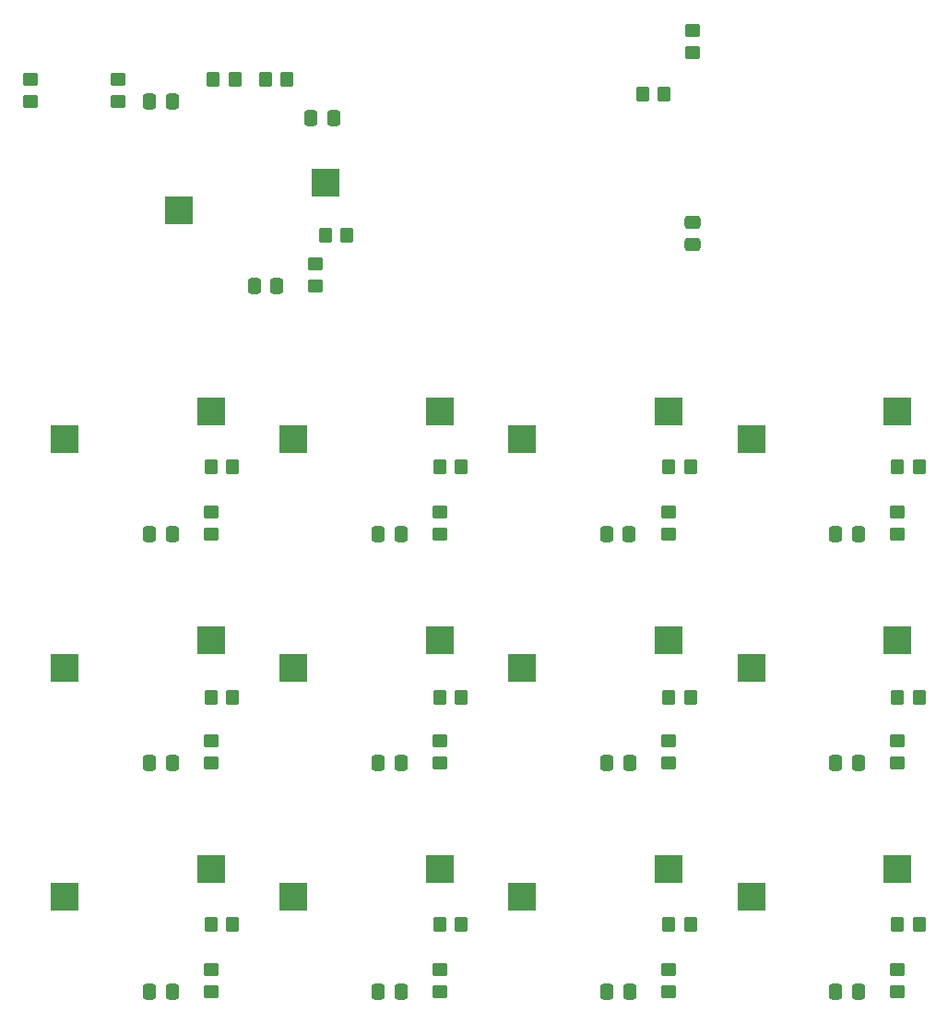
<source format=gbr>
%TF.GenerationSoftware,KiCad,Pcbnew,9.0.1*%
%TF.CreationDate,2025-05-05T15:00:31+02:00*%
%TF.ProjectId,macroboard,6d616372-6f62-46f6-9172-642e6b696361,rev?*%
%TF.SameCoordinates,Original*%
%TF.FileFunction,Paste,Bot*%
%TF.FilePolarity,Positive*%
%FSLAX46Y46*%
G04 Gerber Fmt 4.6, Leading zero omitted, Abs format (unit mm)*
G04 Created by KiCad (PCBNEW 9.0.1) date 2025-05-05 15:00:31*
%MOMM*%
%LPD*%
G01*
G04 APERTURE LIST*
G04 Aperture macros list*
%AMRoundRect*
0 Rectangle with rounded corners*
0 $1 Rounding radius*
0 $2 $3 $4 $5 $6 $7 $8 $9 X,Y pos of 4 corners*
0 Add a 4 corners polygon primitive as box body*
4,1,4,$2,$3,$4,$5,$6,$7,$8,$9,$2,$3,0*
0 Add four circle primitives for the rounded corners*
1,1,$1+$1,$2,$3*
1,1,$1+$1,$4,$5*
1,1,$1+$1,$6,$7*
1,1,$1+$1,$8,$9*
0 Add four rect primitives between the rounded corners*
20,1,$1+$1,$2,$3,$4,$5,0*
20,1,$1+$1,$4,$5,$6,$7,0*
20,1,$1+$1,$6,$7,$8,$9,0*
20,1,$1+$1,$8,$9,$2,$3,0*%
G04 Aperture macros list end*
%ADD10R,2.550000X2.500000*%
%ADD11RoundRect,0.250000X0.337500X0.475000X-0.337500X0.475000X-0.337500X-0.475000X0.337500X-0.475000X0*%
%ADD12RoundRect,0.250000X0.450000X-0.350000X0.450000X0.350000X-0.450000X0.350000X-0.450000X-0.350000X0*%
%ADD13RoundRect,0.250000X0.350000X0.450000X-0.350000X0.450000X-0.350000X-0.450000X0.350000X-0.450000X0*%
%ADD14RoundRect,0.250000X-0.350000X-0.450000X0.350000X-0.450000X0.350000X0.450000X-0.350000X0.450000X0*%
%ADD15RoundRect,0.250000X-0.337500X-0.475000X0.337500X-0.475000X0.337500X0.475000X-0.337500X0.475000X0*%
%ADD16RoundRect,0.250000X-0.450000X0.350000X-0.450000X-0.350000X0.450000X-0.350000X0.450000X0.350000X0*%
%ADD17RoundRect,0.250000X-0.475000X0.337500X-0.475000X-0.337500X0.475000X-0.337500X0.475000X0.337500X0*%
G04 APERTURE END LIST*
D10*
%TO.C,SW8*%
X114590000Y-98460000D03*
X128015000Y-95920000D03*
%TD*%
%TO.C,SW3*%
X72590000Y-119460000D03*
X86015000Y-116920000D03*
%TD*%
%TO.C,SW14*%
X83090000Y-56460000D03*
X96515000Y-53920000D03*
%TD*%
%TO.C,SW5*%
X93590000Y-98460000D03*
X107015000Y-95920000D03*
%TD*%
%TO.C,SW11*%
X135590000Y-98460000D03*
X149015000Y-95920000D03*
%TD*%
%TO.C,SW1*%
X72590000Y-77460000D03*
X86015000Y-74920000D03*
%TD*%
%TO.C,SW6*%
X93590000Y-119460000D03*
X107015000Y-116920000D03*
%TD*%
%TO.C,SW12*%
X135590000Y-119460000D03*
X149015000Y-116920000D03*
%TD*%
%TO.C,SW7*%
X114590000Y-77460000D03*
X128015000Y-74920000D03*
%TD*%
%TO.C,SW10*%
X135590000Y-77460000D03*
X149015000Y-74920000D03*
%TD*%
%TO.C,SW9*%
X114590000Y-119460000D03*
X128015000Y-116920000D03*
%TD*%
%TO.C,SW4*%
X93590000Y-77460000D03*
X107015000Y-74920000D03*
%TD*%
%TO.C,SW2*%
X72590000Y-98460000D03*
X86015000Y-95920000D03*
%TD*%
D11*
%TO.C,C9*%
X124437500Y-107200000D03*
X122362500Y-107200000D03*
%TD*%
D12*
%TO.C,R6*%
X69400000Y-46500000D03*
X69400000Y-44500000D03*
%TD*%
D13*
%TO.C,R1*%
X98500000Y-58800000D03*
X96500000Y-58800000D03*
%TD*%
D14*
%TO.C,R5*%
X91000000Y-44500000D03*
X93000000Y-44500000D03*
%TD*%
D15*
%TO.C,C16*%
X80362500Y-46500000D03*
X82437500Y-46500000D03*
%TD*%
D13*
%TO.C,R26*%
X109000000Y-122000000D03*
X107000000Y-122000000D03*
%TD*%
D16*
%TO.C,R31*%
X128000000Y-105200000D03*
X128000000Y-107200000D03*
%TD*%
%TO.C,RC1*%
X95600000Y-61400000D03*
X95600000Y-63400000D03*
%TD*%
%TO.C,R25*%
X107000000Y-105200000D03*
X107000000Y-107200000D03*
%TD*%
D13*
%TO.C,R32*%
X130000000Y-122000000D03*
X128000000Y-122000000D03*
%TD*%
D14*
%TO.C,R3*%
X125600000Y-45800000D03*
X127600000Y-45800000D03*
%TD*%
D16*
%TO.C,R39*%
X149000000Y-126200000D03*
X149000000Y-128200000D03*
%TD*%
%TO.C,R33*%
X128000000Y-126200000D03*
X128000000Y-128200000D03*
%TD*%
D17*
%TO.C,C14*%
X130200000Y-57562500D03*
X130200000Y-59637500D03*
%TD*%
D16*
%TO.C,R35*%
X149000000Y-84200000D03*
X149000000Y-86200000D03*
%TD*%
D15*
%TO.C,C15*%
X95162500Y-48000000D03*
X97237500Y-48000000D03*
%TD*%
D11*
%TO.C,C4*%
X82437500Y-128200000D03*
X80362500Y-128200000D03*
%TD*%
D16*
%TO.C,R7*%
X77500000Y-44500000D03*
X77500000Y-46500000D03*
%TD*%
D11*
%TO.C,C12*%
X145437500Y-107200000D03*
X143362500Y-107200000D03*
%TD*%
D13*
%TO.C,R18*%
X88000000Y-101200000D03*
X86000000Y-101200000D03*
%TD*%
%TO.C,R34*%
X151000000Y-80000000D03*
X149000000Y-80000000D03*
%TD*%
D16*
%TO.C,R27*%
X107000000Y-126200000D03*
X107000000Y-128200000D03*
%TD*%
D11*
%TO.C,C10*%
X124437500Y-128200000D03*
X122362500Y-128200000D03*
%TD*%
D16*
%TO.C,R29*%
X128000000Y-84200000D03*
X128000000Y-86200000D03*
%TD*%
D13*
%TO.C,R28*%
X130000000Y-80000000D03*
X128000000Y-80000000D03*
%TD*%
D14*
%TO.C,R4*%
X86200000Y-44500000D03*
X88200000Y-44500000D03*
%TD*%
D13*
%TO.C,R30*%
X130000000Y-101200000D03*
X128000000Y-101200000D03*
%TD*%
D16*
%TO.C,R37*%
X149000000Y-105200000D03*
X149000000Y-107200000D03*
%TD*%
D13*
%TO.C,R38*%
X151000000Y-122000000D03*
X149000000Y-122000000D03*
%TD*%
D11*
%TO.C,C8*%
X124400000Y-86200000D03*
X122325000Y-86200000D03*
%TD*%
D16*
%TO.C,R19*%
X86000000Y-105200000D03*
X86000000Y-107200000D03*
%TD*%
D13*
%TO.C,R17*%
X88000000Y-80000000D03*
X86000000Y-80000000D03*
%TD*%
%TO.C,R22*%
X109000000Y-80000000D03*
X107000000Y-80000000D03*
%TD*%
D11*
%TO.C,C13*%
X145437500Y-128200000D03*
X143362500Y-128200000D03*
%TD*%
D16*
%TO.C,R2*%
X130200000Y-40000000D03*
X130200000Y-42000000D03*
%TD*%
D13*
%TO.C,R24*%
X109000000Y-101200000D03*
X107000000Y-101200000D03*
%TD*%
D11*
%TO.C,C7*%
X103437500Y-128200000D03*
X101362500Y-128200000D03*
%TD*%
D16*
%TO.C,R21*%
X86000000Y-126200000D03*
X86000000Y-128200000D03*
%TD*%
%TO.C,R23*%
X107000000Y-84200000D03*
X107000000Y-86200000D03*
%TD*%
%TO.C,R16*%
X86000000Y-84200000D03*
X86000000Y-86200000D03*
%TD*%
D11*
%TO.C,C1*%
X92037500Y-63400000D03*
X89962500Y-63400000D03*
%TD*%
%TO.C,C5*%
X103437500Y-86200000D03*
X101362500Y-86200000D03*
%TD*%
%TO.C,C6*%
X103437500Y-107200000D03*
X101362500Y-107200000D03*
%TD*%
%TO.C,C2*%
X82437500Y-86200000D03*
X80362500Y-86200000D03*
%TD*%
D13*
%TO.C,R20*%
X88000000Y-122000000D03*
X86000000Y-122000000D03*
%TD*%
D11*
%TO.C,C11*%
X145437500Y-86200000D03*
X143362500Y-86200000D03*
%TD*%
D13*
%TO.C,R36*%
X151000000Y-101200000D03*
X149000000Y-101200000D03*
%TD*%
D11*
%TO.C,C3*%
X82437500Y-107200000D03*
X80362500Y-107200000D03*
%TD*%
M02*

</source>
